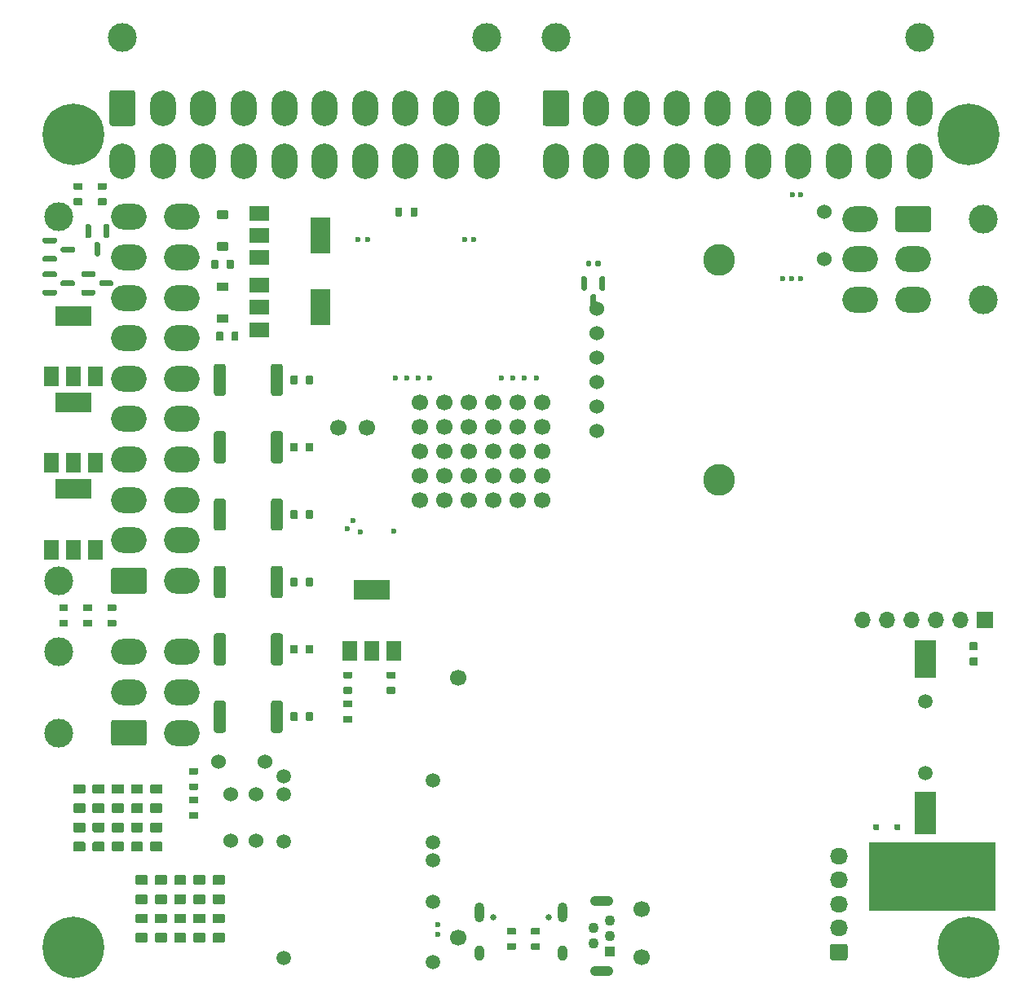
<source format=gbs>
G04 #@! TF.GenerationSoftware,KiCad,Pcbnew,7.0.9-7.0.9~ubuntu22.04.1*
G04 #@! TF.CreationDate,2023-11-30T16:43:42+00:00*
G04 #@! TF.ProjectId,uaefi,75616566-692e-46b6-9963-61645f706362,rev?*
G04 #@! TF.SameCoordinates,Original*
G04 #@! TF.FileFunction,Soldermask,Bot*
G04 #@! TF.FilePolarity,Negative*
%FSLAX46Y46*%
G04 Gerber Fmt 4.6, Leading zero omitted, Abs format (unit mm)*
G04 Created by KiCad (PCBNEW 7.0.9-7.0.9~ubuntu22.04.1) date 2023-11-30 16:43:42*
%MOMM*%
%LPD*%
G01*
G04 APERTURE LIST*
%ADD10C,0.120000*%
%ADD11C,3.000000*%
%ADD12O,2.700000X3.700000*%
%ADD13C,1.700000*%
%ADD14C,0.800000*%
%ADD15C,6.400000*%
%ADD16C,1.524000*%
%ADD17O,1.850000X1.700000*%
%ADD18C,0.600000*%
%ADD19R,1.100000X1.100000*%
%ADD20C,1.100000*%
%ADD21O,2.400000X1.100000*%
%ADD22C,1.500000*%
%ADD23C,0.599999*%
%ADD24O,3.700000X2.700000*%
%ADD25C,0.650000*%
%ADD26O,1.000000X2.100000*%
%ADD27O,1.000000X1.600000*%
%ADD28R,1.700000X1.700000*%
%ADD29O,1.700000X1.700000*%
%ADD30C,3.302000*%
%ADD31R,2.299995X4.399991*%
%ADD32R,2.299995X3.999992*%
%ADD33R,1.500000X2.000000*%
%ADD34R,3.800000X2.000000*%
%ADD35R,2.000000X1.500000*%
%ADD36R,2.000000X3.800000*%
G04 APERTURE END LIST*
G04 #@! TO.C,U5*
D10*
X99150000Y7425000D02*
X86150000Y7425000D01*
X86150000Y14425000D01*
X99150000Y14425000D01*
X99150000Y7425000D01*
G36*
X99150000Y7425000D02*
G01*
X86150000Y7425000D01*
X86150000Y14425000D01*
X99150000Y14425000D01*
X99150000Y7425000D01*
G37*
G04 #@! TD*
D11*
G04 #@! TO.C,J2*
X8600000Y98025000D03*
X46400000Y98025000D03*
G36*
G01*
X7250000Y89125001D02*
X7250000Y92324999D01*
G75*
G02*
X7500001Y92575000I250001J0D01*
G01*
X9699999Y92575000D01*
G75*
G02*
X9950000Y92324999I0J-250001D01*
G01*
X9950000Y89125001D01*
G75*
G02*
X9699999Y88875000I-250001J0D01*
G01*
X7500001Y88875000D01*
G75*
G02*
X7250000Y89125001I0J250001D01*
G01*
G37*
D12*
X12800000Y90725000D03*
X17000000Y90725000D03*
X21200000Y90725000D03*
X25400000Y90725000D03*
X29600000Y90725000D03*
X33800000Y90725000D03*
X38000000Y90725000D03*
X42200000Y90725000D03*
X46400000Y90725000D03*
X8600000Y85225000D03*
X12800000Y85225000D03*
X17000000Y85225000D03*
X21200000Y85225000D03*
X25400000Y85225000D03*
X29600000Y85225000D03*
X33800000Y85225000D03*
X38000000Y85225000D03*
X42200000Y85225000D03*
X46400000Y85225000D03*
G04 #@! TD*
D13*
G04 #@! TO.C,P1*
X34000000Y57500000D03*
G04 #@! TD*
D11*
G04 #@! TO.C,J1*
X53600000Y98025000D03*
X91400000Y98025000D03*
G36*
G01*
X52250000Y89125001D02*
X52250000Y92324999D01*
G75*
G02*
X52500001Y92575000I250001J0D01*
G01*
X54699999Y92575000D01*
G75*
G02*
X54950000Y92324999I0J-250001D01*
G01*
X54950000Y89125001D01*
G75*
G02*
X54699999Y88875000I-250001J0D01*
G01*
X52500001Y88875000D01*
G75*
G02*
X52250000Y89125001I0J250001D01*
G01*
G37*
D12*
X57800000Y90725000D03*
X62000000Y90725000D03*
X66200000Y90725000D03*
X70400000Y90725000D03*
X74600000Y90725000D03*
X78800000Y90725000D03*
X83000000Y90725000D03*
X87200000Y90725000D03*
X91400000Y90725000D03*
X53600000Y85225000D03*
X57800000Y85225000D03*
X62000000Y85225000D03*
X66200000Y85225000D03*
X70400000Y85225000D03*
X74600000Y85225000D03*
X78800000Y85225000D03*
X83000000Y85225000D03*
X87200000Y85225000D03*
X91400000Y85225000D03*
G04 #@! TD*
D13*
G04 #@! TO.C,P2*
X31000000Y57500000D03*
G04 #@! TD*
D14*
G04 #@! TO.C,H1*
X1100000Y88000000D03*
X1802944Y89697056D03*
X1802944Y86302944D03*
X3500000Y90400000D03*
D15*
X3500000Y88000000D03*
D14*
X3500000Y85600000D03*
X5197056Y89697056D03*
X5197056Y86302944D03*
X5900000Y88000000D03*
G04 #@! TD*
G04 #@! TO.C,H4*
X94100000Y88000000D03*
X94802944Y89697056D03*
X94802944Y86302944D03*
X96500000Y90400000D03*
D15*
X96500000Y88000000D03*
D14*
X96500000Y85600000D03*
X98197056Y89697056D03*
X98197056Y86302944D03*
X98900000Y88000000D03*
G04 #@! TD*
D16*
G04 #@! TO.C,F4*
X19880000Y19450000D03*
X19880000Y14550000D03*
G04 #@! TD*
G04 #@! TO.C,J7*
G36*
G01*
X83675000Y2150000D02*
X82325000Y2150000D01*
G75*
G02*
X82075000Y2400000I0J250000D01*
G01*
X82075000Y3600000D01*
G75*
G02*
X82325000Y3850000I250000J0D01*
G01*
X83675000Y3850000D01*
G75*
G02*
X83925000Y3600000I0J-250000D01*
G01*
X83925000Y2400000D01*
G75*
G02*
X83675000Y2150000I-250000J0D01*
G01*
G37*
D17*
X83000000Y5500000D03*
X83000000Y8000000D03*
X83000000Y10500000D03*
X83000000Y13000000D03*
G04 #@! TD*
D13*
G04 #@! TO.C,P4*
X62500000Y7500000D03*
G04 #@! TD*
G04 #@! TO.C,P5*
X43500000Y31500000D03*
G04 #@! TD*
D14*
G04 #@! TO.C,H2*
X1100000Y3500000D03*
X1802944Y5197056D03*
X1802944Y1802944D03*
X3500000Y5900000D03*
D15*
X3500000Y3500000D03*
D14*
X3500000Y1100000D03*
X5197056Y5197056D03*
X5197056Y1802944D03*
X5900000Y3500000D03*
G04 #@! TD*
D18*
G04 #@! TO.C,M3*
X49175000Y62675000D03*
X47975000Y62675000D03*
X50375000Y62675000D03*
X51575000Y62675000D03*
X45115000Y77100000D03*
X44115000Y77100000D03*
G04 #@! TD*
D19*
G04 #@! TO.C,J8*
X59250000Y3100000D03*
D20*
X57500000Y3900000D03*
X59250000Y4700000D03*
X57500000Y5500000D03*
X59250000Y6300000D03*
D21*
X58375000Y1050000D03*
X58375000Y8350000D03*
G04 #@! TD*
D16*
G04 #@! TO.C,F3*
X22500000Y19450000D03*
X22500000Y14550000D03*
G04 #@! TD*
D18*
G04 #@! TO.C,M2*
X79074999Y73025000D03*
X78124999Y73025000D03*
X77175001Y73025000D03*
X78174999Y81725000D03*
X79074999Y81725000D03*
G04 #@! TD*
D22*
G04 #@! TO.C,M1*
X40874995Y20824999D03*
X40874995Y14425002D03*
X40874995Y12524999D03*
X40874995Y8224999D03*
D18*
X41324994Y5825002D03*
X41324994Y4825001D03*
D22*
X40874995Y1974999D03*
X25374998Y21275001D03*
X25374998Y19425002D03*
X25374998Y14474999D03*
X25374998Y2425001D03*
G04 #@! TD*
D23*
G04 #@! TO.C,M7*
X31999999Y46975001D03*
X32524999Y47850003D03*
X33274997Y46674999D03*
X36824998Y46750002D03*
G04 #@! TD*
D11*
G04 #@! TO.C,J5*
X1975000Y41600000D03*
X1975000Y79400000D03*
G36*
G01*
X10874999Y40250000D02*
X7675001Y40250000D01*
G75*
G02*
X7425000Y40500001I0J250001D01*
G01*
X7425000Y42699999D01*
G75*
G02*
X7675001Y42950000I250001J0D01*
G01*
X10874999Y42950000D01*
G75*
G02*
X11125000Y42699999I0J-250001D01*
G01*
X11125000Y40500001D01*
G75*
G02*
X10874999Y40250000I-250001J0D01*
G01*
G37*
D24*
X9275000Y45800000D03*
X9275000Y50000000D03*
X9275000Y54200000D03*
X9275000Y58400000D03*
X9275000Y62600000D03*
X9275000Y66800000D03*
X9275000Y71000000D03*
X9275000Y75200000D03*
X9275000Y79400000D03*
X14775000Y41600000D03*
X14775000Y45800000D03*
X14775000Y50000000D03*
X14775000Y54200000D03*
X14775000Y58400000D03*
X14775000Y62600000D03*
X14775000Y66800000D03*
X14775000Y71000000D03*
X14775000Y75200000D03*
X14775000Y79400000D03*
G04 #@! TD*
D11*
G04 #@! TO.C,J3*
X98025000Y79200000D03*
X98025000Y70800000D03*
G36*
G01*
X89125001Y80550000D02*
X92324999Y80550000D01*
G75*
G02*
X92575000Y80299999I0J-250001D01*
G01*
X92575000Y78100001D01*
G75*
G02*
X92324999Y77850000I-250001J0D01*
G01*
X89125001Y77850000D01*
G75*
G02*
X88875000Y78100001I0J250001D01*
G01*
X88875000Y80299999D01*
G75*
G02*
X89125001Y80550000I250001J0D01*
G01*
G37*
D24*
X90725000Y75000000D03*
X90725000Y70800000D03*
X85225000Y79200000D03*
X85225000Y75000000D03*
X85225000Y70800000D03*
G04 #@! TD*
D16*
G04 #@! TO.C,F1*
X81500000Y79950000D03*
X81500000Y75050000D03*
G04 #@! TD*
D13*
G04 #@! TO.C,G3*
X39500000Y49960000D03*
X39500000Y52500000D03*
X39500000Y55040000D03*
X39500000Y57580000D03*
X39500000Y60120000D03*
X42040000Y49960000D03*
X42040000Y52500000D03*
X42040000Y55040000D03*
X42040000Y57580000D03*
X42040000Y60120000D03*
X44580000Y49960000D03*
X44580000Y52500000D03*
X44580000Y55040000D03*
X44580000Y57580000D03*
X44580000Y60120000D03*
G04 #@! TD*
G04 #@! TO.C,P3*
X62500000Y2500000D03*
G04 #@! TD*
D11*
G04 #@! TO.C,J4*
X1975000Y25800000D03*
X1975000Y34200000D03*
G36*
G01*
X10874999Y24450000D02*
X7675001Y24450000D01*
G75*
G02*
X7425000Y24700001I0J250001D01*
G01*
X7425000Y26899999D01*
G75*
G02*
X7675001Y27150000I250001J0D01*
G01*
X10874999Y27150000D01*
G75*
G02*
X11125000Y26899999I0J-250001D01*
G01*
X11125000Y24700001D01*
G75*
G02*
X10874999Y24450000I-250001J0D01*
G01*
G37*
D24*
X9275000Y30000000D03*
X9275000Y34200000D03*
X14775000Y25800000D03*
X14775000Y30000000D03*
X14775000Y34200000D03*
G04 #@! TD*
D25*
G04 #@! TO.C,J9*
X47110000Y6605000D03*
X52890000Y6605000D03*
D26*
X45680000Y7105000D03*
D27*
X45680000Y2925000D03*
D26*
X54320000Y7105000D03*
D27*
X54320000Y2925000D03*
G04 #@! TD*
D14*
G04 #@! TO.C,H3*
X94100000Y3500000D03*
X94802944Y5197056D03*
X94802944Y1802944D03*
X96500000Y5900000D03*
D15*
X96500000Y3500000D03*
D14*
X96500000Y1100000D03*
X98197056Y5197056D03*
X98197056Y1802944D03*
X98900000Y3500000D03*
G04 #@! TD*
D18*
G04 #@! TO.C,M4*
X38125000Y62675000D03*
X36925000Y62675000D03*
X39325000Y62675000D03*
X40525000Y62675000D03*
X34065000Y77100000D03*
X33065000Y77100000D03*
G04 #@! TD*
D16*
G04 #@! TO.C,F2*
X18550000Y22778024D03*
X23450000Y22778024D03*
G04 #@! TD*
D28*
G04 #@! TO.C,J6*
X98160000Y37500000D03*
D29*
X95620000Y37500000D03*
X93080000Y37500000D03*
X90540000Y37500000D03*
X88000000Y37500000D03*
X85460000Y37500000D03*
G04 #@! TD*
D13*
G04 #@! TO.C,P6*
X43500000Y4500000D03*
G04 #@! TD*
D30*
G04 #@! TO.C,U3*
X70603250Y74930000D03*
X70603250Y52070000D03*
D16*
X57903250Y69850000D03*
X57903250Y67310000D03*
X57903250Y64770000D03*
X57903250Y62230000D03*
X57903250Y59690000D03*
X57903250Y57150000D03*
G04 #@! TD*
D13*
G04 #@! TO.C,G4*
X47120000Y49960000D03*
X47120000Y52500000D03*
X47120000Y55040000D03*
X47120000Y57580000D03*
X47120000Y60120000D03*
X49660000Y49960000D03*
X49660000Y52500000D03*
X49660000Y55040000D03*
X49660000Y57580000D03*
X49660000Y60120000D03*
X52200000Y49960000D03*
X52200000Y52500000D03*
X52200000Y55040000D03*
X52200000Y57580000D03*
X52200000Y60120000D03*
G04 #@! TD*
G04 #@! TO.C,D8*
G36*
G01*
X56400000Y73237500D02*
X56700000Y73237500D01*
G75*
G02*
X56850000Y73087500I0J-150000D01*
G01*
X56850000Y71912500D01*
G75*
G02*
X56700000Y71762500I-150000J0D01*
G01*
X56400000Y71762500D01*
G75*
G02*
X56250000Y71912500I0J150000D01*
G01*
X56250000Y73087500D01*
G75*
G02*
X56400000Y73237500I150000J0D01*
G01*
G37*
G36*
G01*
X58300000Y73237500D02*
X58600000Y73237500D01*
G75*
G02*
X58750000Y73087500I0J-150000D01*
G01*
X58750000Y71912500D01*
G75*
G02*
X58600000Y71762500I-150000J0D01*
G01*
X58300000Y71762500D01*
G75*
G02*
X58150000Y71912500I0J150000D01*
G01*
X58150000Y73087500D01*
G75*
G02*
X58300000Y73237500I150000J0D01*
G01*
G37*
G36*
G01*
X57350000Y71362500D02*
X57650000Y71362500D01*
G75*
G02*
X57800000Y71212500I0J-150000D01*
G01*
X57800000Y70037500D01*
G75*
G02*
X57650000Y69887500I-150000J0D01*
G01*
X57350000Y69887500D01*
G75*
G02*
X57200000Y70037500I0J150000D01*
G01*
X57200000Y71212500D01*
G75*
G02*
X57350000Y71362500I150000J0D01*
G01*
G37*
G04 #@! TD*
G04 #@! TO.C,C10*
G36*
G01*
X12650000Y13460000D02*
X11600000Y13460000D01*
G75*
G02*
X11500000Y13560000I0J100000D01*
G01*
X11500000Y14360000D01*
G75*
G02*
X11600000Y14460000I100000J0D01*
G01*
X12650000Y14460000D01*
G75*
G02*
X12750000Y14360000I0J-100000D01*
G01*
X12750000Y13560000D01*
G75*
G02*
X12650000Y13460000I-100000J0D01*
G01*
G37*
G36*
G01*
X12650000Y15460000D02*
X11600000Y15460000D01*
G75*
G02*
X11500000Y15560000I0J100000D01*
G01*
X11500000Y16360000D01*
G75*
G02*
X11600000Y16460000I100000J0D01*
G01*
X12650000Y16460000D01*
G75*
G02*
X12750000Y16360000I0J-100000D01*
G01*
X12750000Y15560000D01*
G75*
G02*
X12650000Y15460000I-100000J0D01*
G01*
G37*
G04 #@! TD*
G04 #@! TO.C,D4*
G36*
G01*
X19510000Y75900000D02*
X18490000Y75900000D01*
G75*
G02*
X18400000Y75990000I0J90000D01*
G01*
X18400000Y76710000D01*
G75*
G02*
X18490000Y76800000I90000J0D01*
G01*
X19510000Y76800000D01*
G75*
G02*
X19600000Y76710000I0J-90000D01*
G01*
X19600000Y75990000D01*
G75*
G02*
X19510000Y75900000I-90000J0D01*
G01*
G37*
G36*
G01*
X19510000Y79200000D02*
X18490000Y79200000D01*
G75*
G02*
X18400000Y79290000I0J90000D01*
G01*
X18400000Y80010000D01*
G75*
G02*
X18490000Y80100000I90000J0D01*
G01*
X19510000Y80100000D01*
G75*
G02*
X19600000Y80010000I0J-90000D01*
G01*
X19600000Y79290000D01*
G75*
G02*
X19510000Y79200000I-90000J0D01*
G01*
G37*
G04 #@! TD*
D22*
G04 #@! TO.C,BT1*
X92000000Y21600142D03*
X92000000Y29100000D03*
D31*
X92000000Y17500048D03*
D32*
X92000000Y33500067D03*
G04 #@! TD*
G04 #@! TO.C,R31*
G36*
G01*
X5390000Y36850000D02*
X4610000Y36850000D01*
G75*
G02*
X4540000Y36920000I0J70000D01*
G01*
X4540000Y37480000D01*
G75*
G02*
X4610000Y37550000I70000J0D01*
G01*
X5390000Y37550000D01*
G75*
G02*
X5460000Y37480000I0J-70000D01*
G01*
X5460000Y36920000D01*
G75*
G02*
X5390000Y36850000I-70000J0D01*
G01*
G37*
G36*
G01*
X5390000Y38450000D02*
X4610000Y38450000D01*
G75*
G02*
X4540000Y38520000I0J70000D01*
G01*
X4540000Y39080000D01*
G75*
G02*
X4610000Y39150000I70000J0D01*
G01*
X5390000Y39150000D01*
G75*
G02*
X5460000Y39080000I0J-70000D01*
G01*
X5460000Y38520000D01*
G75*
G02*
X5390000Y38450000I-70000J0D01*
G01*
G37*
G04 #@! TD*
G04 #@! TO.C,C7*
G36*
G01*
X6650000Y13460000D02*
X5600000Y13460000D01*
G75*
G02*
X5500000Y13560000I0J100000D01*
G01*
X5500000Y14360000D01*
G75*
G02*
X5600000Y14460000I100000J0D01*
G01*
X6650000Y14460000D01*
G75*
G02*
X6750000Y14360000I0J-100000D01*
G01*
X6750000Y13560000D01*
G75*
G02*
X6650000Y13460000I-100000J0D01*
G01*
G37*
G36*
G01*
X6650000Y15460000D02*
X5600000Y15460000D01*
G75*
G02*
X5500000Y15560000I0J100000D01*
G01*
X5500000Y16360000D01*
G75*
G02*
X5600000Y16460000I100000J0D01*
G01*
X6650000Y16460000D01*
G75*
G02*
X6750000Y16360000I0J-100000D01*
G01*
X6750000Y15560000D01*
G75*
G02*
X6650000Y15460000I-100000J0D01*
G01*
G37*
G04 #@! TD*
G04 #@! TO.C,C33*
G36*
G01*
X96660000Y35215001D02*
X97340000Y35215001D01*
G75*
G02*
X97425000Y35130001I0J-85000D01*
G01*
X97425000Y34450001D01*
G75*
G02*
X97340000Y34365001I-85000J0D01*
G01*
X96660000Y34365001D01*
G75*
G02*
X96575000Y34450001I0J85000D01*
G01*
X96575000Y35130001D01*
G75*
G02*
X96660000Y35215001I85000J0D01*
G01*
G37*
G36*
G01*
X96660000Y33634999D02*
X97340000Y33634999D01*
G75*
G02*
X97425000Y33549999I0J-85000D01*
G01*
X97425000Y32869999D01*
G75*
G02*
X97340000Y32784999I-85000J0D01*
G01*
X96660000Y32784999D01*
G75*
G02*
X96575000Y32869999I0J85000D01*
G01*
X96575000Y33549999D01*
G75*
G02*
X96660000Y33634999I85000J0D01*
G01*
G37*
G04 #@! TD*
G04 #@! TO.C,C29*
G36*
G01*
X58260000Y74732500D02*
X58260000Y74392500D01*
G75*
G02*
X58120000Y74252500I-140000J0D01*
G01*
X57840000Y74252500D01*
G75*
G02*
X57700000Y74392500I0J140000D01*
G01*
X57700000Y74732500D01*
G75*
G02*
X57840000Y74872500I140000J0D01*
G01*
X58120000Y74872500D01*
G75*
G02*
X58260000Y74732500I0J-140000D01*
G01*
G37*
G36*
G01*
X57300000Y74732500D02*
X57300000Y74392500D01*
G75*
G02*
X57160000Y74252500I-140000J0D01*
G01*
X56880000Y74252500D01*
G75*
G02*
X56740000Y74392500I0J140000D01*
G01*
X56740000Y74732500D01*
G75*
G02*
X56880000Y74872500I140000J0D01*
G01*
X57160000Y74872500D01*
G75*
G02*
X57300000Y74732500I0J-140000D01*
G01*
G37*
G04 #@! TD*
G04 #@! TO.C,R34*
G36*
G01*
X7890000Y36850000D02*
X7110000Y36850000D01*
G75*
G02*
X7040000Y36920000I0J70000D01*
G01*
X7040000Y37480000D01*
G75*
G02*
X7110000Y37550000I70000J0D01*
G01*
X7890000Y37550000D01*
G75*
G02*
X7960000Y37480000I0J-70000D01*
G01*
X7960000Y36920000D01*
G75*
G02*
X7890000Y36850000I-70000J0D01*
G01*
G37*
G36*
G01*
X7890000Y38450000D02*
X7110000Y38450000D01*
G75*
G02*
X7040000Y38520000I0J70000D01*
G01*
X7040000Y39080000D01*
G75*
G02*
X7110000Y39150000I70000J0D01*
G01*
X7890000Y39150000D01*
G75*
G02*
X7960000Y39080000I0J-70000D01*
G01*
X7960000Y38520000D01*
G75*
G02*
X7890000Y38450000I-70000J0D01*
G01*
G37*
G04 #@! TD*
G04 #@! TO.C,R1*
G36*
G01*
X36944997Y79535000D02*
X36944997Y80315000D01*
G75*
G02*
X37014997Y80385000I70000J0D01*
G01*
X37574997Y80385000D01*
G75*
G02*
X37644997Y80315000I0J-70000D01*
G01*
X37644997Y79535000D01*
G75*
G02*
X37574997Y79465000I-70000J0D01*
G01*
X37014997Y79465000D01*
G75*
G02*
X36944997Y79535000I0J70000D01*
G01*
G37*
G36*
G01*
X38544997Y79535000D02*
X38544997Y80315000D01*
G75*
G02*
X38614997Y80385000I70000J0D01*
G01*
X39174997Y80385000D01*
G75*
G02*
X39244997Y80315000I0J-70000D01*
G01*
X39244997Y79535000D01*
G75*
G02*
X39174997Y79465000I-70000J0D01*
G01*
X38614997Y79465000D01*
G75*
G02*
X38544997Y79535000I0J70000D01*
G01*
G37*
G04 #@! TD*
G04 #@! TO.C,C17*
G36*
G01*
X16075000Y11000000D02*
X17125000Y11000000D01*
G75*
G02*
X17225000Y10900000I0J-100000D01*
G01*
X17225000Y10100000D01*
G75*
G02*
X17125000Y10000000I-100000J0D01*
G01*
X16075000Y10000000D01*
G75*
G02*
X15975000Y10100000I0J100000D01*
G01*
X15975000Y10900000D01*
G75*
G02*
X16075000Y11000000I100000J0D01*
G01*
G37*
G36*
G01*
X16075000Y9000000D02*
X17125000Y9000000D01*
G75*
G02*
X17225000Y8900000I0J-100000D01*
G01*
X17225000Y8100000D01*
G75*
G02*
X17125000Y8000000I-100000J0D01*
G01*
X16075000Y8000000D01*
G75*
G02*
X15975000Y8100000I0J100000D01*
G01*
X15975000Y8900000D01*
G75*
G02*
X16075000Y9000000I100000J0D01*
G01*
G37*
G04 #@! TD*
G04 #@! TO.C,R20*
G36*
G01*
X25262500Y63900000D02*
X25262500Y61050000D01*
G75*
G02*
X25012500Y60800000I-250000J0D01*
G01*
X24287500Y60800000D01*
G75*
G02*
X24037500Y61050000I0J250000D01*
G01*
X24037500Y63900000D01*
G75*
G02*
X24287500Y64150000I250000J0D01*
G01*
X25012500Y64150000D01*
G75*
G02*
X25262500Y63900000I0J-250000D01*
G01*
G37*
G36*
G01*
X19337500Y63900000D02*
X19337500Y61050000D01*
G75*
G02*
X19087500Y60800000I-250000J0D01*
G01*
X18362500Y60800000D01*
G75*
G02*
X18112500Y61050000I0J250000D01*
G01*
X18112500Y63900000D01*
G75*
G02*
X18362500Y64150000I250000J0D01*
G01*
X19087500Y64150000D01*
G75*
G02*
X19337500Y63900000I0J-250000D01*
G01*
G37*
G04 #@! TD*
G04 #@! TO.C,C3*
G36*
G01*
X7600000Y20460000D02*
X8650000Y20460000D01*
G75*
G02*
X8750000Y20360000I0J-100000D01*
G01*
X8750000Y19560000D01*
G75*
G02*
X8650000Y19460000I-100000J0D01*
G01*
X7600000Y19460000D01*
G75*
G02*
X7500000Y19560000I0J100000D01*
G01*
X7500000Y20360000D01*
G75*
G02*
X7600000Y20460000I100000J0D01*
G01*
G37*
G36*
G01*
X7600000Y18460000D02*
X8650000Y18460000D01*
G75*
G02*
X8750000Y18360000I0J-100000D01*
G01*
X8750000Y17560000D01*
G75*
G02*
X8650000Y17460000I-100000J0D01*
G01*
X7600000Y17460000D01*
G75*
G02*
X7500000Y17560000I0J100000D01*
G01*
X7500000Y18360000D01*
G75*
G02*
X7600000Y18460000I100000J0D01*
G01*
G37*
G04 #@! TD*
G04 #@! TO.C,C23*
G36*
G01*
X19125000Y4000000D02*
X18075000Y4000000D01*
G75*
G02*
X17975000Y4100000I0J100000D01*
G01*
X17975000Y4900000D01*
G75*
G02*
X18075000Y5000000I100000J0D01*
G01*
X19125000Y5000000D01*
G75*
G02*
X19225000Y4900000I0J-100000D01*
G01*
X19225000Y4100000D01*
G75*
G02*
X19125000Y4000000I-100000J0D01*
G01*
G37*
G36*
G01*
X19125000Y6000000D02*
X18075000Y6000000D01*
G75*
G02*
X17975000Y6100000I0J100000D01*
G01*
X17975000Y6900000D01*
G75*
G02*
X18075000Y7000000I100000J0D01*
G01*
X19125000Y7000000D01*
G75*
G02*
X19225000Y6900000I0J-100000D01*
G01*
X19225000Y6100000D01*
G75*
G02*
X19125000Y6000000I-100000J0D01*
G01*
G37*
G04 #@! TD*
G04 #@! TO.C,C1*
G36*
G01*
X3600000Y20460000D02*
X4650000Y20460000D01*
G75*
G02*
X4750000Y20360000I0J-100000D01*
G01*
X4750000Y19560000D01*
G75*
G02*
X4650000Y19460000I-100000J0D01*
G01*
X3600000Y19460000D01*
G75*
G02*
X3500000Y19560000I0J100000D01*
G01*
X3500000Y20360000D01*
G75*
G02*
X3600000Y20460000I100000J0D01*
G01*
G37*
G36*
G01*
X3600000Y18460000D02*
X4650000Y18460000D01*
G75*
G02*
X4750000Y18360000I0J-100000D01*
G01*
X4750000Y17560000D01*
G75*
G02*
X4650000Y17460000I-100000J0D01*
G01*
X3600000Y17460000D01*
G75*
G02*
X3500000Y17560000I0J100000D01*
G01*
X3500000Y18360000D01*
G75*
G02*
X3600000Y18460000I100000J0D01*
G01*
G37*
G04 #@! TD*
G04 #@! TO.C,R26*
G36*
G01*
X25262500Y42900000D02*
X25262500Y40050000D01*
G75*
G02*
X25012500Y39800000I-250000J0D01*
G01*
X24287500Y39800000D01*
G75*
G02*
X24037500Y40050000I0J250000D01*
G01*
X24037500Y42900000D01*
G75*
G02*
X24287500Y43150000I250000J0D01*
G01*
X25012500Y43150000D01*
G75*
G02*
X25262500Y42900000I0J-250000D01*
G01*
G37*
G36*
G01*
X19337500Y42900000D02*
X19337500Y40050000D01*
G75*
G02*
X19087500Y39800000I-250000J0D01*
G01*
X18362500Y39800000D01*
G75*
G02*
X18112500Y40050000I0J250000D01*
G01*
X18112500Y42900000D01*
G75*
G02*
X18362500Y43150000I250000J0D01*
G01*
X19087500Y43150000D01*
G75*
G02*
X19337500Y42900000I0J-250000D01*
G01*
G37*
G04 #@! TD*
D33*
G04 #@! TO.C,Q18*
X5800000Y44850000D03*
X3500000Y44850000D03*
X1200000Y44850000D03*
D34*
X3500000Y51150000D03*
G04 #@! TD*
G04 #@! TO.C,C14*
G36*
G01*
X10075000Y11000000D02*
X11125000Y11000000D01*
G75*
G02*
X11225000Y10900000I0J-100000D01*
G01*
X11225000Y10100000D01*
G75*
G02*
X11125000Y10000000I-100000J0D01*
G01*
X10075000Y10000000D01*
G75*
G02*
X9975000Y10100000I0J100000D01*
G01*
X9975000Y10900000D01*
G75*
G02*
X10075000Y11000000I100000J0D01*
G01*
G37*
G36*
G01*
X10075000Y9000000D02*
X11125000Y9000000D01*
G75*
G02*
X11225000Y8900000I0J-100000D01*
G01*
X11225000Y8100000D01*
G75*
G02*
X11125000Y8000000I-100000J0D01*
G01*
X10075000Y8000000D01*
G75*
G02*
X9975000Y8100000I0J100000D01*
G01*
X9975000Y8900000D01*
G75*
G02*
X10075000Y9000000I100000J0D01*
G01*
G37*
G04 #@! TD*
D33*
G04 #@! TO.C,Q15*
X5800000Y53850000D03*
X3500000Y53850000D03*
X1200000Y53850000D03*
D34*
X3500000Y60150000D03*
G04 #@! TD*
G04 #@! TO.C,C19*
G36*
G01*
X11125000Y4000000D02*
X10075000Y4000000D01*
G75*
G02*
X9975000Y4100000I0J100000D01*
G01*
X9975000Y4900000D01*
G75*
G02*
X10075000Y5000000I100000J0D01*
G01*
X11125000Y5000000D01*
G75*
G02*
X11225000Y4900000I0J-100000D01*
G01*
X11225000Y4100000D01*
G75*
G02*
X11125000Y4000000I-100000J0D01*
G01*
G37*
G36*
G01*
X11125000Y6000000D02*
X10075000Y6000000D01*
G75*
G02*
X9975000Y6100000I0J100000D01*
G01*
X9975000Y6900000D01*
G75*
G02*
X10075000Y7000000I100000J0D01*
G01*
X11125000Y7000000D01*
G75*
G02*
X11225000Y6900000I0J-100000D01*
G01*
X11225000Y6100000D01*
G75*
G02*
X11125000Y6000000I-100000J0D01*
G01*
G37*
G04 #@! TD*
G04 #@! TO.C,R27*
G36*
G01*
X25262500Y35900000D02*
X25262500Y33050000D01*
G75*
G02*
X25012500Y32800000I-250000J0D01*
G01*
X24287500Y32800000D01*
G75*
G02*
X24037500Y33050000I0J250000D01*
G01*
X24037500Y35900000D01*
G75*
G02*
X24287500Y36150000I250000J0D01*
G01*
X25012500Y36150000D01*
G75*
G02*
X25262500Y35900000I0J-250000D01*
G01*
G37*
G36*
G01*
X19337500Y35900000D02*
X19337500Y33050000D01*
G75*
G02*
X19087500Y32800000I-250000J0D01*
G01*
X18362500Y32800000D01*
G75*
G02*
X18112500Y33050000I0J250000D01*
G01*
X18112500Y35900000D01*
G75*
G02*
X18362500Y36150000I250000J0D01*
G01*
X19087500Y36150000D01*
G75*
G02*
X19337500Y35900000I0J-250000D01*
G01*
G37*
G04 #@! TD*
G04 #@! TO.C,R21*
G36*
G01*
X25262500Y56900000D02*
X25262500Y54050000D01*
G75*
G02*
X25012500Y53800000I-250000J0D01*
G01*
X24287500Y53800000D01*
G75*
G02*
X24037500Y54050000I0J250000D01*
G01*
X24037500Y56900000D01*
G75*
G02*
X24287500Y57150000I250000J0D01*
G01*
X25012500Y57150000D01*
G75*
G02*
X25262500Y56900000I0J-250000D01*
G01*
G37*
G36*
G01*
X19337500Y56900000D02*
X19337500Y54050000D01*
G75*
G02*
X19087500Y53800000I-250000J0D01*
G01*
X18362500Y53800000D01*
G75*
G02*
X18112500Y54050000I0J250000D01*
G01*
X18112500Y56900000D01*
G75*
G02*
X18362500Y57150000I250000J0D01*
G01*
X19087500Y57150000D01*
G75*
G02*
X19337500Y56900000I0J-250000D01*
G01*
G37*
G04 #@! TD*
G04 #@! TO.C,C4*
G36*
G01*
X9600000Y20460000D02*
X10650000Y20460000D01*
G75*
G02*
X10750000Y20360000I0J-100000D01*
G01*
X10750000Y19560000D01*
G75*
G02*
X10650000Y19460000I-100000J0D01*
G01*
X9600000Y19460000D01*
G75*
G02*
X9500000Y19560000I0J100000D01*
G01*
X9500000Y20360000D01*
G75*
G02*
X9600000Y20460000I100000J0D01*
G01*
G37*
G36*
G01*
X9600000Y18460000D02*
X10650000Y18460000D01*
G75*
G02*
X10750000Y18360000I0J-100000D01*
G01*
X10750000Y17560000D01*
G75*
G02*
X10650000Y17460000I-100000J0D01*
G01*
X9600000Y17460000D01*
G75*
G02*
X9500000Y17560000I0J100000D01*
G01*
X9500000Y18360000D01*
G75*
G02*
X9600000Y18460000I100000J0D01*
G01*
G37*
G04 #@! TD*
G04 #@! TO.C,R10*
G36*
G01*
X18350000Y66610000D02*
X18350000Y67390000D01*
G75*
G02*
X18420000Y67460000I70000J0D01*
G01*
X18980000Y67460000D01*
G75*
G02*
X19050000Y67390000I0J-70000D01*
G01*
X19050000Y66610000D01*
G75*
G02*
X18980000Y66540000I-70000J0D01*
G01*
X18420000Y66540000D01*
G75*
G02*
X18350000Y66610000I0J70000D01*
G01*
G37*
G36*
G01*
X19950000Y66610000D02*
X19950000Y67390000D01*
G75*
G02*
X20020000Y67460000I70000J0D01*
G01*
X20580000Y67460000D01*
G75*
G02*
X20650000Y67390000I0J-70000D01*
G01*
X20650000Y66610000D01*
G75*
G02*
X20580000Y66540000I-70000J0D01*
G01*
X20020000Y66540000D01*
G75*
G02*
X19950000Y66610000I0J70000D01*
G01*
G37*
G04 #@! TD*
G04 #@! TO.C,D2*
G36*
G01*
X19510000Y68400000D02*
X18490000Y68400000D01*
G75*
G02*
X18400000Y68490000I0J90000D01*
G01*
X18400000Y69210000D01*
G75*
G02*
X18490000Y69300000I90000J0D01*
G01*
X19510000Y69300000D01*
G75*
G02*
X19600000Y69210000I0J-90000D01*
G01*
X19600000Y68490000D01*
G75*
G02*
X19510000Y68400000I-90000J0D01*
G01*
G37*
G36*
G01*
X19510000Y71700000D02*
X18490000Y71700000D01*
G75*
G02*
X18400000Y71790000I0J90000D01*
G01*
X18400000Y72510000D01*
G75*
G02*
X18490000Y72600000I90000J0D01*
G01*
X19510000Y72600000D01*
G75*
G02*
X19600000Y72510000I0J-90000D01*
G01*
X19600000Y71790000D01*
G75*
G02*
X19510000Y71700000I-90000J0D01*
G01*
G37*
G04 #@! TD*
G04 #@! TO.C,D1*
G36*
G01*
X87140000Y15700000D02*
X86660000Y15700000D01*
G75*
G02*
X86600000Y15760000I0J60000D01*
G01*
X86600000Y16240000D01*
G75*
G02*
X86660000Y16300000I60000J0D01*
G01*
X87140000Y16300000D01*
G75*
G02*
X87200000Y16240000I0J-60000D01*
G01*
X87200000Y15760000D01*
G75*
G02*
X87140000Y15700000I-60000J0D01*
G01*
G37*
G36*
G01*
X89340000Y15700000D02*
X88860000Y15700000D01*
G75*
G02*
X88800000Y15760000I0J60000D01*
G01*
X88800000Y16240000D01*
G75*
G02*
X88860000Y16300000I60000J0D01*
G01*
X89340000Y16300000D01*
G75*
G02*
X89400000Y16240000I0J-60000D01*
G01*
X89400000Y15760000D01*
G75*
G02*
X89340000Y15700000I-60000J0D01*
G01*
G37*
G04 #@! TD*
G04 #@! TO.C,R19*
G36*
G01*
X28375000Y48865000D02*
X28375000Y48085000D01*
G75*
G02*
X28305000Y48015000I-70000J0D01*
G01*
X27745000Y48015000D01*
G75*
G02*
X27675000Y48085000I0J70000D01*
G01*
X27675000Y48865000D01*
G75*
G02*
X27745000Y48935000I70000J0D01*
G01*
X28305000Y48935000D01*
G75*
G02*
X28375000Y48865000I0J-70000D01*
G01*
G37*
G36*
G01*
X26775000Y48865000D02*
X26775000Y48085000D01*
G75*
G02*
X26705000Y48015000I-70000J0D01*
G01*
X26145000Y48015000D01*
G75*
G02*
X26075000Y48085000I0J70000D01*
G01*
X26075000Y48865000D01*
G75*
G02*
X26145000Y48935000I70000J0D01*
G01*
X26705000Y48935000D01*
G75*
G02*
X26775000Y48865000I0J-70000D01*
G01*
G37*
G04 #@! TD*
G04 #@! TO.C,R33*
G36*
G01*
X31610000Y29150000D02*
X32390000Y29150000D01*
G75*
G02*
X32460000Y29080000I0J-70000D01*
G01*
X32460000Y28520000D01*
G75*
G02*
X32390000Y28450000I-70000J0D01*
G01*
X31610000Y28450000D01*
G75*
G02*
X31540000Y28520000I0J70000D01*
G01*
X31540000Y29080000D01*
G75*
G02*
X31610000Y29150000I70000J0D01*
G01*
G37*
G36*
G01*
X31610000Y27550000D02*
X32390000Y27550000D01*
G75*
G02*
X32460000Y27480000I0J-70000D01*
G01*
X32460000Y26920000D01*
G75*
G02*
X32390000Y26850000I-70000J0D01*
G01*
X31610000Y26850000D01*
G75*
G02*
X31540000Y26920000I0J70000D01*
G01*
X31540000Y27480000D01*
G75*
G02*
X31610000Y27550000I70000J0D01*
G01*
G37*
G04 #@! TD*
G04 #@! TO.C,C21*
G36*
G01*
X15125000Y4000000D02*
X14075000Y4000000D01*
G75*
G02*
X13975000Y4100000I0J100000D01*
G01*
X13975000Y4900000D01*
G75*
G02*
X14075000Y5000000I100000J0D01*
G01*
X15125000Y5000000D01*
G75*
G02*
X15225000Y4900000I0J-100000D01*
G01*
X15225000Y4100000D01*
G75*
G02*
X15125000Y4000000I-100000J0D01*
G01*
G37*
G36*
G01*
X15125000Y6000000D02*
X14075000Y6000000D01*
G75*
G02*
X13975000Y6100000I0J100000D01*
G01*
X13975000Y6900000D01*
G75*
G02*
X14075000Y7000000I100000J0D01*
G01*
X15125000Y7000000D01*
G75*
G02*
X15225000Y6900000I0J-100000D01*
G01*
X15225000Y6100000D01*
G75*
G02*
X15125000Y6000000I-100000J0D01*
G01*
G37*
G04 #@! TD*
G04 #@! TO.C,D6*
G36*
G01*
X4900000Y78675000D02*
X5200000Y78675000D01*
G75*
G02*
X5350000Y78525000I0J-150000D01*
G01*
X5350000Y77350000D01*
G75*
G02*
X5200000Y77200000I-150000J0D01*
G01*
X4900000Y77200000D01*
G75*
G02*
X4750000Y77350000I0J150000D01*
G01*
X4750000Y78525000D01*
G75*
G02*
X4900000Y78675000I150000J0D01*
G01*
G37*
G36*
G01*
X5850000Y76800000D02*
X6150000Y76800000D01*
G75*
G02*
X6300000Y76650000I0J-150000D01*
G01*
X6300000Y75475000D01*
G75*
G02*
X6150000Y75325000I-150000J0D01*
G01*
X5850000Y75325000D01*
G75*
G02*
X5700000Y75475000I0J150000D01*
G01*
X5700000Y76650000D01*
G75*
G02*
X5850000Y76800000I150000J0D01*
G01*
G37*
G36*
G01*
X6800000Y78675000D02*
X7100000Y78675000D01*
G75*
G02*
X7250000Y78525000I0J-150000D01*
G01*
X7250000Y77350000D01*
G75*
G02*
X7100000Y77200000I-150000J0D01*
G01*
X6800000Y77200000D01*
G75*
G02*
X6650000Y77350000I0J150000D01*
G01*
X6650000Y78525000D01*
G75*
G02*
X6800000Y78675000I150000J0D01*
G01*
G37*
G04 #@! TD*
G04 #@! TO.C,R23*
G36*
G01*
X28375000Y41865000D02*
X28375000Y41085000D01*
G75*
G02*
X28305000Y41015000I-70000J0D01*
G01*
X27745000Y41015000D01*
G75*
G02*
X27675000Y41085000I0J70000D01*
G01*
X27675000Y41865000D01*
G75*
G02*
X27745000Y41935000I70000J0D01*
G01*
X28305000Y41935000D01*
G75*
G02*
X28375000Y41865000I0J-70000D01*
G01*
G37*
G36*
G01*
X26775000Y41865000D02*
X26775000Y41085000D01*
G75*
G02*
X26705000Y41015000I-70000J0D01*
G01*
X26145000Y41015000D01*
G75*
G02*
X26075000Y41085000I0J70000D01*
G01*
X26075000Y41865000D01*
G75*
G02*
X26145000Y41935000I70000J0D01*
G01*
X26705000Y41935000D01*
G75*
G02*
X26775000Y41865000I0J-70000D01*
G01*
G37*
G04 #@! TD*
G04 #@! TO.C,Q6*
G36*
G01*
X325000Y71400000D02*
X325000Y71700000D01*
G75*
G02*
X475000Y71850000I150000J0D01*
G01*
X1650000Y71850000D01*
G75*
G02*
X1800000Y71700000I0J-150000D01*
G01*
X1800000Y71400000D01*
G75*
G02*
X1650000Y71250000I-150000J0D01*
G01*
X475000Y71250000D01*
G75*
G02*
X325000Y71400000I0J150000D01*
G01*
G37*
G36*
G01*
X2200000Y72350000D02*
X2200000Y72650000D01*
G75*
G02*
X2350000Y72800000I150000J0D01*
G01*
X3525000Y72800000D01*
G75*
G02*
X3675000Y72650000I0J-150000D01*
G01*
X3675000Y72350000D01*
G75*
G02*
X3525000Y72200000I-150000J0D01*
G01*
X2350000Y72200000D01*
G75*
G02*
X2200000Y72350000I0J150000D01*
G01*
G37*
G36*
G01*
X325000Y73300000D02*
X325000Y73600000D01*
G75*
G02*
X475000Y73750000I150000J0D01*
G01*
X1650000Y73750000D01*
G75*
G02*
X1800000Y73600000I0J-150000D01*
G01*
X1800000Y73300000D01*
G75*
G02*
X1650000Y73150000I-150000J0D01*
G01*
X475000Y73150000D01*
G75*
G02*
X325000Y73300000I0J150000D01*
G01*
G37*
G04 #@! TD*
G04 #@! TO.C,R7*
G36*
G01*
X49390000Y3228318D02*
X48610000Y3228318D01*
G75*
G02*
X48540000Y3298318I0J70000D01*
G01*
X48540000Y3858318D01*
G75*
G02*
X48610000Y3928318I70000J0D01*
G01*
X49390000Y3928318D01*
G75*
G02*
X49460000Y3858318I0J-70000D01*
G01*
X49460000Y3298318D01*
G75*
G02*
X49390000Y3228318I-70000J0D01*
G01*
G37*
G36*
G01*
X49390000Y4828318D02*
X48610000Y4828318D01*
G75*
G02*
X48540000Y4898318I0J70000D01*
G01*
X48540000Y5458318D01*
G75*
G02*
X48610000Y5528318I70000J0D01*
G01*
X49390000Y5528318D01*
G75*
G02*
X49460000Y5458318I0J-70000D01*
G01*
X49460000Y4898318D01*
G75*
G02*
X49390000Y4828318I-70000J0D01*
G01*
G37*
G04 #@! TD*
G04 #@! TO.C,R24*
G36*
G01*
X28375000Y34865000D02*
X28375000Y34085000D01*
G75*
G02*
X28305000Y34015000I-70000J0D01*
G01*
X27745000Y34015000D01*
G75*
G02*
X27675000Y34085000I0J70000D01*
G01*
X27675000Y34865000D01*
G75*
G02*
X27745000Y34935000I70000J0D01*
G01*
X28305000Y34935000D01*
G75*
G02*
X28375000Y34865000I0J-70000D01*
G01*
G37*
G36*
G01*
X26775000Y34865000D02*
X26775000Y34085000D01*
G75*
G02*
X26705000Y34015000I-70000J0D01*
G01*
X26145000Y34015000D01*
G75*
G02*
X26075000Y34085000I0J70000D01*
G01*
X26075000Y34865000D01*
G75*
G02*
X26145000Y34935000I70000J0D01*
G01*
X26705000Y34935000D01*
G75*
G02*
X26775000Y34865000I0J-70000D01*
G01*
G37*
G04 #@! TD*
G04 #@! TO.C,R16*
G36*
G01*
X4390000Y80650000D02*
X3610000Y80650000D01*
G75*
G02*
X3540000Y80720000I0J70000D01*
G01*
X3540000Y81280000D01*
G75*
G02*
X3610000Y81350000I70000J0D01*
G01*
X4390000Y81350000D01*
G75*
G02*
X4460000Y81280000I0J-70000D01*
G01*
X4460000Y80720000D01*
G75*
G02*
X4390000Y80650000I-70000J0D01*
G01*
G37*
G36*
G01*
X4390000Y82250000D02*
X3610000Y82250000D01*
G75*
G02*
X3540000Y82320000I0J70000D01*
G01*
X3540000Y82880000D01*
G75*
G02*
X3610000Y82950000I70000J0D01*
G01*
X4390000Y82950000D01*
G75*
G02*
X4460000Y82880000I0J-70000D01*
G01*
X4460000Y82320000D01*
G75*
G02*
X4390000Y82250000I-70000J0D01*
G01*
G37*
G04 #@! TD*
D35*
G04 #@! TO.C,Q1*
X22850000Y67700000D03*
X22850000Y70000000D03*
X22850000Y72300000D03*
D36*
X29150000Y70000000D03*
G04 #@! TD*
G04 #@! TO.C,R30*
G36*
G01*
X36890000Y29850000D02*
X36110000Y29850000D01*
G75*
G02*
X36040000Y29920000I0J70000D01*
G01*
X36040000Y30480000D01*
G75*
G02*
X36110000Y30550000I70000J0D01*
G01*
X36890000Y30550000D01*
G75*
G02*
X36960000Y30480000I0J-70000D01*
G01*
X36960000Y29920000D01*
G75*
G02*
X36890000Y29850000I-70000J0D01*
G01*
G37*
G36*
G01*
X36890000Y31450000D02*
X36110000Y31450000D01*
G75*
G02*
X36040000Y31520000I0J70000D01*
G01*
X36040000Y32080000D01*
G75*
G02*
X36110000Y32150000I70000J0D01*
G01*
X36890000Y32150000D01*
G75*
G02*
X36960000Y32080000I0J-70000D01*
G01*
X36960000Y31520000D01*
G75*
G02*
X36890000Y31450000I-70000J0D01*
G01*
G37*
G04 #@! TD*
G04 #@! TO.C,R22*
G36*
G01*
X25262500Y49900000D02*
X25262500Y47050000D01*
G75*
G02*
X25012500Y46800000I-250000J0D01*
G01*
X24287500Y46800000D01*
G75*
G02*
X24037500Y47050000I0J250000D01*
G01*
X24037500Y49900000D01*
G75*
G02*
X24287500Y50150000I250000J0D01*
G01*
X25012500Y50150000D01*
G75*
G02*
X25262500Y49900000I0J-250000D01*
G01*
G37*
G36*
G01*
X19337500Y49900000D02*
X19337500Y47050000D01*
G75*
G02*
X19087500Y46800000I-250000J0D01*
G01*
X18362500Y46800000D01*
G75*
G02*
X18112500Y47050000I0J250000D01*
G01*
X18112500Y49900000D01*
G75*
G02*
X18362500Y50150000I250000J0D01*
G01*
X19087500Y50150000D01*
G75*
G02*
X19337500Y49900000I0J-250000D01*
G01*
G37*
G04 #@! TD*
G04 #@! TO.C,R25*
G36*
G01*
X28375000Y27865000D02*
X28375000Y27085000D01*
G75*
G02*
X28305000Y27015000I-70000J0D01*
G01*
X27745000Y27015000D01*
G75*
G02*
X27675000Y27085000I0J70000D01*
G01*
X27675000Y27865000D01*
G75*
G02*
X27745000Y27935000I70000J0D01*
G01*
X28305000Y27935000D01*
G75*
G02*
X28375000Y27865000I0J-70000D01*
G01*
G37*
G36*
G01*
X26775000Y27865000D02*
X26775000Y27085000D01*
G75*
G02*
X26705000Y27015000I-70000J0D01*
G01*
X26145000Y27015000D01*
G75*
G02*
X26075000Y27085000I0J70000D01*
G01*
X26075000Y27865000D01*
G75*
G02*
X26145000Y27935000I70000J0D01*
G01*
X26705000Y27935000D01*
G75*
G02*
X26775000Y27865000I0J-70000D01*
G01*
G37*
G04 #@! TD*
G04 #@! TO.C,C16*
G36*
G01*
X14075000Y11000000D02*
X15125000Y11000000D01*
G75*
G02*
X15225000Y10900000I0J-100000D01*
G01*
X15225000Y10100000D01*
G75*
G02*
X15125000Y10000000I-100000J0D01*
G01*
X14075000Y10000000D01*
G75*
G02*
X13975000Y10100000I0J100000D01*
G01*
X13975000Y10900000D01*
G75*
G02*
X14075000Y11000000I100000J0D01*
G01*
G37*
G36*
G01*
X14075000Y9000000D02*
X15125000Y9000000D01*
G75*
G02*
X15225000Y8900000I0J-100000D01*
G01*
X15225000Y8100000D01*
G75*
G02*
X15125000Y8000000I-100000J0D01*
G01*
X14075000Y8000000D01*
G75*
G02*
X13975000Y8100000I0J100000D01*
G01*
X13975000Y8900000D01*
G75*
G02*
X14075000Y9000000I100000J0D01*
G01*
G37*
G04 #@! TD*
G04 #@! TO.C,R17*
G36*
G01*
X28375000Y62865000D02*
X28375000Y62085000D01*
G75*
G02*
X28305000Y62015000I-70000J0D01*
G01*
X27745000Y62015000D01*
G75*
G02*
X27675000Y62085000I0J70000D01*
G01*
X27675000Y62865000D01*
G75*
G02*
X27745000Y62935000I70000J0D01*
G01*
X28305000Y62935000D01*
G75*
G02*
X28375000Y62865000I0J-70000D01*
G01*
G37*
G36*
G01*
X26775000Y62865000D02*
X26775000Y62085000D01*
G75*
G02*
X26705000Y62015000I-70000J0D01*
G01*
X26145000Y62015000D01*
G75*
G02*
X26075000Y62085000I0J70000D01*
G01*
X26075000Y62865000D01*
G75*
G02*
X26145000Y62935000I70000J0D01*
G01*
X26705000Y62935000D01*
G75*
G02*
X26775000Y62865000I0J-70000D01*
G01*
G37*
G04 #@! TD*
G04 #@! TO.C,C22*
G36*
G01*
X17125000Y4000000D02*
X16075000Y4000000D01*
G75*
G02*
X15975000Y4100000I0J100000D01*
G01*
X15975000Y4900000D01*
G75*
G02*
X16075000Y5000000I100000J0D01*
G01*
X17125000Y5000000D01*
G75*
G02*
X17225000Y4900000I0J-100000D01*
G01*
X17225000Y4100000D01*
G75*
G02*
X17125000Y4000000I-100000J0D01*
G01*
G37*
G36*
G01*
X17125000Y6000000D02*
X16075000Y6000000D01*
G75*
G02*
X15975000Y6100000I0J100000D01*
G01*
X15975000Y6900000D01*
G75*
G02*
X16075000Y7000000I100000J0D01*
G01*
X17125000Y7000000D01*
G75*
G02*
X17225000Y6900000I0J-100000D01*
G01*
X17225000Y6100000D01*
G75*
G02*
X17125000Y6000000I-100000J0D01*
G01*
G37*
G04 #@! TD*
G04 #@! TO.C,R8*
G36*
G01*
X51890000Y3228318D02*
X51110000Y3228318D01*
G75*
G02*
X51040000Y3298318I0J70000D01*
G01*
X51040000Y3858318D01*
G75*
G02*
X51110000Y3928318I70000J0D01*
G01*
X51890000Y3928318D01*
G75*
G02*
X51960000Y3858318I0J-70000D01*
G01*
X51960000Y3298318D01*
G75*
G02*
X51890000Y3228318I-70000J0D01*
G01*
G37*
G36*
G01*
X51890000Y4828318D02*
X51110000Y4828318D01*
G75*
G02*
X51040000Y4898318I0J70000D01*
G01*
X51040000Y5458318D01*
G75*
G02*
X51110000Y5528318I70000J0D01*
G01*
X51890000Y5528318D01*
G75*
G02*
X51960000Y5458318I0J-70000D01*
G01*
X51960000Y4898318D01*
G75*
G02*
X51890000Y4828318I-70000J0D01*
G01*
G37*
G04 #@! TD*
G04 #@! TO.C,R3*
G36*
G01*
X16390000Y16850000D02*
X15610000Y16850000D01*
G75*
G02*
X15540000Y16920000I0J70000D01*
G01*
X15540000Y17480000D01*
G75*
G02*
X15610000Y17550000I70000J0D01*
G01*
X16390000Y17550000D01*
G75*
G02*
X16460000Y17480000I0J-70000D01*
G01*
X16460000Y16920000D01*
G75*
G02*
X16390000Y16850000I-70000J0D01*
G01*
G37*
G36*
G01*
X16390000Y18450000D02*
X15610000Y18450000D01*
G75*
G02*
X15540000Y18520000I0J70000D01*
G01*
X15540000Y19080000D01*
G75*
G02*
X15610000Y19150000I70000J0D01*
G01*
X16390000Y19150000D01*
G75*
G02*
X16460000Y19080000I0J-70000D01*
G01*
X16460000Y18520000D01*
G75*
G02*
X16390000Y18450000I-70000J0D01*
G01*
G37*
G04 #@! TD*
G04 #@! TO.C,R15*
G36*
G01*
X6890000Y80650000D02*
X6110000Y80650000D01*
G75*
G02*
X6040000Y80720000I0J70000D01*
G01*
X6040000Y81280000D01*
G75*
G02*
X6110000Y81350000I70000J0D01*
G01*
X6890000Y81350000D01*
G75*
G02*
X6960000Y81280000I0J-70000D01*
G01*
X6960000Y80720000D01*
G75*
G02*
X6890000Y80650000I-70000J0D01*
G01*
G37*
G36*
G01*
X6890000Y82250000D02*
X6110000Y82250000D01*
G75*
G02*
X6040000Y82320000I0J70000D01*
G01*
X6040000Y82880000D01*
G75*
G02*
X6110000Y82950000I70000J0D01*
G01*
X6890000Y82950000D01*
G75*
G02*
X6960000Y82880000I0J-70000D01*
G01*
X6960000Y82320000D01*
G75*
G02*
X6890000Y82250000I-70000J0D01*
G01*
G37*
G04 #@! TD*
D35*
G04 #@! TO.C,Q3*
X22850000Y75200000D03*
X22850000Y77500000D03*
X22850000Y79800000D03*
D36*
X29150000Y77500000D03*
G04 #@! TD*
G04 #@! TO.C,Q5*
G36*
G01*
X325000Y74900000D02*
X325000Y75200000D01*
G75*
G02*
X475000Y75350000I150000J0D01*
G01*
X1650000Y75350000D01*
G75*
G02*
X1800000Y75200000I0J-150000D01*
G01*
X1800000Y74900000D01*
G75*
G02*
X1650000Y74750000I-150000J0D01*
G01*
X475000Y74750000D01*
G75*
G02*
X325000Y74900000I0J150000D01*
G01*
G37*
G36*
G01*
X2200000Y75850000D02*
X2200000Y76150000D01*
G75*
G02*
X2350000Y76300000I150000J0D01*
G01*
X3525000Y76300000D01*
G75*
G02*
X3675000Y76150000I0J-150000D01*
G01*
X3675000Y75850000D01*
G75*
G02*
X3525000Y75700000I-150000J0D01*
G01*
X2350000Y75700000D01*
G75*
G02*
X2200000Y75850000I0J150000D01*
G01*
G37*
G36*
G01*
X325000Y76800000D02*
X325000Y77100000D01*
G75*
G02*
X475000Y77250000I150000J0D01*
G01*
X1650000Y77250000D01*
G75*
G02*
X1800000Y77100000I0J-150000D01*
G01*
X1800000Y76800000D01*
G75*
G02*
X1650000Y76650000I-150000J0D01*
G01*
X475000Y76650000D01*
G75*
G02*
X325000Y76800000I0J150000D01*
G01*
G37*
G04 #@! TD*
G04 #@! TO.C,C5*
G36*
G01*
X11600000Y20460000D02*
X12650000Y20460000D01*
G75*
G02*
X12750000Y20360000I0J-100000D01*
G01*
X12750000Y19560000D01*
G75*
G02*
X12650000Y19460000I-100000J0D01*
G01*
X11600000Y19460000D01*
G75*
G02*
X11500000Y19560000I0J100000D01*
G01*
X11500000Y20360000D01*
G75*
G02*
X11600000Y20460000I100000J0D01*
G01*
G37*
G36*
G01*
X11600000Y18460000D02*
X12650000Y18460000D01*
G75*
G02*
X12750000Y18360000I0J-100000D01*
G01*
X12750000Y17560000D01*
G75*
G02*
X12650000Y17460000I-100000J0D01*
G01*
X11600000Y17460000D01*
G75*
G02*
X11500000Y17560000I0J100000D01*
G01*
X11500000Y18360000D01*
G75*
G02*
X11600000Y18460000I100000J0D01*
G01*
G37*
G04 #@! TD*
G04 #@! TO.C,R32*
G36*
G01*
X32390000Y29850000D02*
X31610000Y29850000D01*
G75*
G02*
X31540000Y29920000I0J70000D01*
G01*
X31540000Y30480000D01*
G75*
G02*
X31610000Y30550000I70000J0D01*
G01*
X32390000Y30550000D01*
G75*
G02*
X32460000Y30480000I0J-70000D01*
G01*
X32460000Y29920000D01*
G75*
G02*
X32390000Y29850000I-70000J0D01*
G01*
G37*
G36*
G01*
X32390000Y31450000D02*
X31610000Y31450000D01*
G75*
G02*
X31540000Y31520000I0J70000D01*
G01*
X31540000Y32080000D01*
G75*
G02*
X31610000Y32150000I70000J0D01*
G01*
X32390000Y32150000D01*
G75*
G02*
X32460000Y32080000I0J-70000D01*
G01*
X32460000Y31520000D01*
G75*
G02*
X32390000Y31450000I-70000J0D01*
G01*
G37*
G04 #@! TD*
G04 #@! TO.C,R29*
G36*
G01*
X2890000Y36850000D02*
X2110000Y36850000D01*
G75*
G02*
X2040000Y36920000I0J70000D01*
G01*
X2040000Y37480000D01*
G75*
G02*
X2110000Y37550000I70000J0D01*
G01*
X2890000Y37550000D01*
G75*
G02*
X2960000Y37480000I0J-70000D01*
G01*
X2960000Y36920000D01*
G75*
G02*
X2890000Y36850000I-70000J0D01*
G01*
G37*
G36*
G01*
X2890000Y38450000D02*
X2110000Y38450000D01*
G75*
G02*
X2040000Y38520000I0J70000D01*
G01*
X2040000Y39080000D01*
G75*
G02*
X2110000Y39150000I70000J0D01*
G01*
X2890000Y39150000D01*
G75*
G02*
X2960000Y39080000I0J-70000D01*
G01*
X2960000Y38520000D01*
G75*
G02*
X2890000Y38450000I-70000J0D01*
G01*
G37*
G04 #@! TD*
G04 #@! TO.C,R18*
G36*
G01*
X28375000Y55865000D02*
X28375000Y55085000D01*
G75*
G02*
X28305000Y55015000I-70000J0D01*
G01*
X27745000Y55015000D01*
G75*
G02*
X27675000Y55085000I0J70000D01*
G01*
X27675000Y55865000D01*
G75*
G02*
X27745000Y55935000I70000J0D01*
G01*
X28305000Y55935000D01*
G75*
G02*
X28375000Y55865000I0J-70000D01*
G01*
G37*
G36*
G01*
X26775000Y55865000D02*
X26775000Y55085000D01*
G75*
G02*
X26705000Y55015000I-70000J0D01*
G01*
X26145000Y55015000D01*
G75*
G02*
X26075000Y55085000I0J70000D01*
G01*
X26075000Y55865000D01*
G75*
G02*
X26145000Y55935000I70000J0D01*
G01*
X26705000Y55935000D01*
G75*
G02*
X26775000Y55865000I0J-70000D01*
G01*
G37*
G04 #@! TD*
G04 #@! TO.C,C15*
G36*
G01*
X12075000Y11000000D02*
X13125000Y11000000D01*
G75*
G02*
X13225000Y10900000I0J-100000D01*
G01*
X13225000Y10100000D01*
G75*
G02*
X13125000Y10000000I-100000J0D01*
G01*
X12075000Y10000000D01*
G75*
G02*
X11975000Y10100000I0J100000D01*
G01*
X11975000Y10900000D01*
G75*
G02*
X12075000Y11000000I100000J0D01*
G01*
G37*
G36*
G01*
X12075000Y9000000D02*
X13125000Y9000000D01*
G75*
G02*
X13225000Y8900000I0J-100000D01*
G01*
X13225000Y8100000D01*
G75*
G02*
X13125000Y8000000I-100000J0D01*
G01*
X12075000Y8000000D01*
G75*
G02*
X11975000Y8100000I0J100000D01*
G01*
X11975000Y8900000D01*
G75*
G02*
X12075000Y9000000I100000J0D01*
G01*
G37*
G04 #@! TD*
G04 #@! TO.C,R28*
G36*
G01*
X25262500Y28900000D02*
X25262500Y26050000D01*
G75*
G02*
X25012500Y25800000I-250000J0D01*
G01*
X24287500Y25800000D01*
G75*
G02*
X24037500Y26050000I0J250000D01*
G01*
X24037500Y28900000D01*
G75*
G02*
X24287500Y29150000I250000J0D01*
G01*
X25012500Y29150000D01*
G75*
G02*
X25262500Y28900000I0J-250000D01*
G01*
G37*
G36*
G01*
X19337500Y28900000D02*
X19337500Y26050000D01*
G75*
G02*
X19087500Y25800000I-250000J0D01*
G01*
X18362500Y25800000D01*
G75*
G02*
X18112500Y26050000I0J250000D01*
G01*
X18112500Y28900000D01*
G75*
G02*
X18362500Y29150000I250000J0D01*
G01*
X19087500Y29150000D01*
G75*
G02*
X19337500Y28900000I0J-250000D01*
G01*
G37*
G04 #@! TD*
G04 #@! TO.C,C8*
G36*
G01*
X8650000Y13460000D02*
X7600000Y13460000D01*
G75*
G02*
X7500000Y13560000I0J100000D01*
G01*
X7500000Y14360000D01*
G75*
G02*
X7600000Y14460000I100000J0D01*
G01*
X8650000Y14460000D01*
G75*
G02*
X8750000Y14360000I0J-100000D01*
G01*
X8750000Y13560000D01*
G75*
G02*
X8650000Y13460000I-100000J0D01*
G01*
G37*
G36*
G01*
X8650000Y15460000D02*
X7600000Y15460000D01*
G75*
G02*
X7500000Y15560000I0J100000D01*
G01*
X7500000Y16360000D01*
G75*
G02*
X7600000Y16460000I100000J0D01*
G01*
X8650000Y16460000D01*
G75*
G02*
X8750000Y16360000I0J-100000D01*
G01*
X8750000Y15560000D01*
G75*
G02*
X8650000Y15460000I-100000J0D01*
G01*
G37*
G04 #@! TD*
D33*
G04 #@! TO.C,Q14*
X36800000Y34350000D03*
X34500000Y34350000D03*
X32200000Y34350000D03*
D34*
X34500000Y40650000D03*
G04 #@! TD*
G04 #@! TO.C,C9*
G36*
G01*
X10650000Y13460000D02*
X9600000Y13460000D01*
G75*
G02*
X9500000Y13560000I0J100000D01*
G01*
X9500000Y14360000D01*
G75*
G02*
X9600000Y14460000I100000J0D01*
G01*
X10650000Y14460000D01*
G75*
G02*
X10750000Y14360000I0J-100000D01*
G01*
X10750000Y13560000D01*
G75*
G02*
X10650000Y13460000I-100000J0D01*
G01*
G37*
G36*
G01*
X10650000Y15460000D02*
X9600000Y15460000D01*
G75*
G02*
X9500000Y15560000I0J100000D01*
G01*
X9500000Y16360000D01*
G75*
G02*
X9600000Y16460000I100000J0D01*
G01*
X10650000Y16460000D01*
G75*
G02*
X10750000Y16360000I0J-100000D01*
G01*
X10750000Y15560000D01*
G75*
G02*
X10650000Y15460000I-100000J0D01*
G01*
G37*
G04 #@! TD*
G04 #@! TO.C,C6*
G36*
G01*
X4650000Y13460000D02*
X3600000Y13460000D01*
G75*
G02*
X3500000Y13560000I0J100000D01*
G01*
X3500000Y14360000D01*
G75*
G02*
X3600000Y14460000I100000J0D01*
G01*
X4650000Y14460000D01*
G75*
G02*
X4750000Y14360000I0J-100000D01*
G01*
X4750000Y13560000D01*
G75*
G02*
X4650000Y13460000I-100000J0D01*
G01*
G37*
G36*
G01*
X4650000Y15460000D02*
X3600000Y15460000D01*
G75*
G02*
X3500000Y15560000I0J100000D01*
G01*
X3500000Y16360000D01*
G75*
G02*
X3600000Y16460000I100000J0D01*
G01*
X4650000Y16460000D01*
G75*
G02*
X4750000Y16360000I0J-100000D01*
G01*
X4750000Y15560000D01*
G75*
G02*
X4650000Y15460000I-100000J0D01*
G01*
G37*
G04 #@! TD*
G04 #@! TO.C,D7*
G36*
G01*
X4325000Y71400000D02*
X4325000Y71700000D01*
G75*
G02*
X4475000Y71850000I150000J0D01*
G01*
X5650000Y71850000D01*
G75*
G02*
X5800000Y71700000I0J-150000D01*
G01*
X5800000Y71400000D01*
G75*
G02*
X5650000Y71250000I-150000J0D01*
G01*
X4475000Y71250000D01*
G75*
G02*
X4325000Y71400000I0J150000D01*
G01*
G37*
G36*
G01*
X6200000Y72350000D02*
X6200000Y72650000D01*
G75*
G02*
X6350000Y72800000I150000J0D01*
G01*
X7525000Y72800000D01*
G75*
G02*
X7675000Y72650000I0J-150000D01*
G01*
X7675000Y72350000D01*
G75*
G02*
X7525000Y72200000I-150000J0D01*
G01*
X6350000Y72200000D01*
G75*
G02*
X6200000Y72350000I0J150000D01*
G01*
G37*
G36*
G01*
X4325000Y73300000D02*
X4325000Y73600000D01*
G75*
G02*
X4475000Y73750000I150000J0D01*
G01*
X5650000Y73750000D01*
G75*
G02*
X5800000Y73600000I0J-150000D01*
G01*
X5800000Y73300000D01*
G75*
G02*
X5650000Y73150000I-150000J0D01*
G01*
X4475000Y73150000D01*
G75*
G02*
X4325000Y73300000I0J150000D01*
G01*
G37*
G04 #@! TD*
G04 #@! TO.C,C2*
G36*
G01*
X5600000Y20460000D02*
X6650000Y20460000D01*
G75*
G02*
X6750000Y20360000I0J-100000D01*
G01*
X6750000Y19560000D01*
G75*
G02*
X6650000Y19460000I-100000J0D01*
G01*
X5600000Y19460000D01*
G75*
G02*
X5500000Y19560000I0J100000D01*
G01*
X5500000Y20360000D01*
G75*
G02*
X5600000Y20460000I100000J0D01*
G01*
G37*
G36*
G01*
X5600000Y18460000D02*
X6650000Y18460000D01*
G75*
G02*
X6750000Y18360000I0J-100000D01*
G01*
X6750000Y17560000D01*
G75*
G02*
X6650000Y17460000I-100000J0D01*
G01*
X5600000Y17460000D01*
G75*
G02*
X5500000Y17560000I0J100000D01*
G01*
X5500000Y18360000D01*
G75*
G02*
X5600000Y18460000I100000J0D01*
G01*
G37*
G04 #@! TD*
G04 #@! TO.C,C18*
G36*
G01*
X18075000Y11000000D02*
X19125000Y11000000D01*
G75*
G02*
X19225000Y10900000I0J-100000D01*
G01*
X19225000Y10100000D01*
G75*
G02*
X19125000Y10000000I-100000J0D01*
G01*
X18075000Y10000000D01*
G75*
G02*
X17975000Y10100000I0J100000D01*
G01*
X17975000Y10900000D01*
G75*
G02*
X18075000Y11000000I100000J0D01*
G01*
G37*
G36*
G01*
X18075000Y9000000D02*
X19125000Y9000000D01*
G75*
G02*
X19225000Y8900000I0J-100000D01*
G01*
X19225000Y8100000D01*
G75*
G02*
X19125000Y8000000I-100000J0D01*
G01*
X18075000Y8000000D01*
G75*
G02*
X17975000Y8100000I0J100000D01*
G01*
X17975000Y8900000D01*
G75*
G02*
X18075000Y9000000I100000J0D01*
G01*
G37*
G04 #@! TD*
G04 #@! TO.C,R12*
G36*
G01*
X17850000Y74110000D02*
X17850000Y74890000D01*
G75*
G02*
X17920000Y74960000I70000J0D01*
G01*
X18480000Y74960000D01*
G75*
G02*
X18550000Y74890000I0J-70000D01*
G01*
X18550000Y74110000D01*
G75*
G02*
X18480000Y74040000I-70000J0D01*
G01*
X17920000Y74040000D01*
G75*
G02*
X17850000Y74110000I0J70000D01*
G01*
G37*
G36*
G01*
X19450000Y74110000D02*
X19450000Y74890000D01*
G75*
G02*
X19520000Y74960000I70000J0D01*
G01*
X20080000Y74960000D01*
G75*
G02*
X20150000Y74890000I0J-70000D01*
G01*
X20150000Y74110000D01*
G75*
G02*
X20080000Y74040000I-70000J0D01*
G01*
X19520000Y74040000D01*
G75*
G02*
X19450000Y74110000I0J70000D01*
G01*
G37*
G04 #@! TD*
G04 #@! TO.C,C20*
G36*
G01*
X13125000Y4000000D02*
X12075000Y4000000D01*
G75*
G02*
X11975000Y4100000I0J100000D01*
G01*
X11975000Y4900000D01*
G75*
G02*
X12075000Y5000000I100000J0D01*
G01*
X13125000Y5000000D01*
G75*
G02*
X13225000Y4900000I0J-100000D01*
G01*
X13225000Y4100000D01*
G75*
G02*
X13125000Y4000000I-100000J0D01*
G01*
G37*
G36*
G01*
X13125000Y6000000D02*
X12075000Y6000000D01*
G75*
G02*
X11975000Y6100000I0J100000D01*
G01*
X11975000Y6900000D01*
G75*
G02*
X12075000Y7000000I100000J0D01*
G01*
X13125000Y7000000D01*
G75*
G02*
X13225000Y6900000I0J-100000D01*
G01*
X13225000Y6100000D01*
G75*
G02*
X13125000Y6000000I-100000J0D01*
G01*
G37*
G04 #@! TD*
G04 #@! TO.C,R2*
G36*
G01*
X16390000Y19850000D02*
X15610000Y19850000D01*
G75*
G02*
X15540000Y19920000I0J70000D01*
G01*
X15540000Y20480000D01*
G75*
G02*
X15610000Y20550000I70000J0D01*
G01*
X16390000Y20550000D01*
G75*
G02*
X16460000Y20480000I0J-70000D01*
G01*
X16460000Y19920000D01*
G75*
G02*
X16390000Y19850000I-70000J0D01*
G01*
G37*
G36*
G01*
X16390000Y21450000D02*
X15610000Y21450000D01*
G75*
G02*
X15540000Y21520000I0J70000D01*
G01*
X15540000Y22080000D01*
G75*
G02*
X15610000Y22150000I70000J0D01*
G01*
X16390000Y22150000D01*
G75*
G02*
X16460000Y22080000I0J-70000D01*
G01*
X16460000Y21520000D01*
G75*
G02*
X16390000Y21450000I-70000J0D01*
G01*
G37*
G04 #@! TD*
D33*
G04 #@! TO.C,Q13*
X5800000Y62850000D03*
X3500000Y62850000D03*
X1200000Y62850000D03*
D34*
X3500000Y69150000D03*
G04 #@! TD*
M02*

</source>
